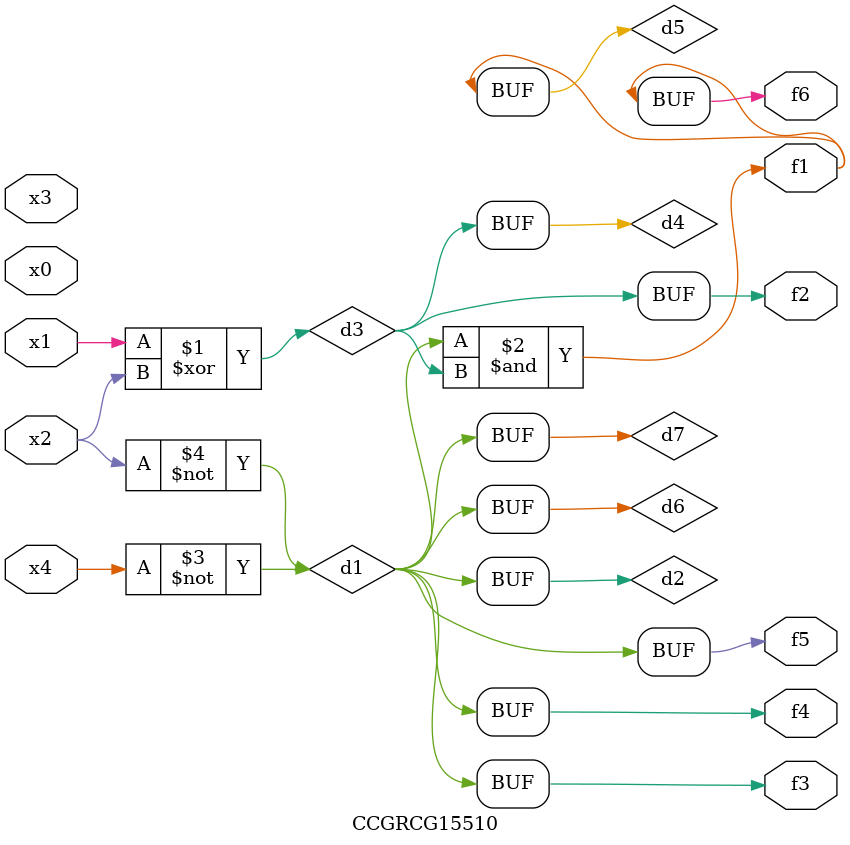
<source format=v>
module CCGRCG15510(
	input x0, x1, x2, x3, x4,
	output f1, f2, f3, f4, f5, f6
);

	wire d1, d2, d3, d4, d5, d6, d7;

	not (d1, x4);
	not (d2, x2);
	xor (d3, x1, x2);
	buf (d4, d3);
	and (d5, d1, d3);
	buf (d6, d1, d2);
	buf (d7, d2);
	assign f1 = d5;
	assign f2 = d4;
	assign f3 = d7;
	assign f4 = d7;
	assign f5 = d7;
	assign f6 = d5;
endmodule

</source>
